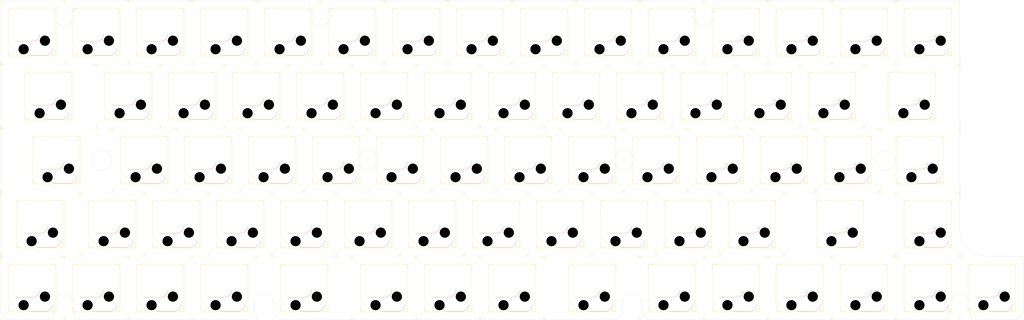
<source format=kicad_pcb>
(kicad_pcb (version 20241229) (generator "pcbnew") (generator_version "9.0")
  (layers (0 "F.Cu" signal) (2 "B.Cu" signal) (13 "F.Paste" user) (15 "B.Paste" user) (5 "F.SilkS" user "F.Silkscreen") (7 "B.SilkS" user "B.Silkscreen") (1 "F.Mask" user) (3 "B.Mask" user) (25 "Edge.Cuts" user))
  (net 0 "")
  (footprint "Caon_Footprint:Cutout_Hotswap_MX_1u" (layer "F.Cu") (at 187.325 44.45)
    (property "Reference" "REF**" (hide yes))
    (property "Value" "Cutout_Hotswap_MX_1u" (hide yes))
    (pad "" np_thru_hole circle (at -5.08 0 180) (size 1.75 1.75) (drill 1.75) (layers "*.Cu" "*.Mask"))
    (pad "" np_thru_hole circle (at -2.54 5.08 180) (size 3.05 3.05) (drill 3.05) (layers "*.Mask"))
    (pad "" np_thru_hole circle (at 0 0 180) (size 4 4) (drill 4) (layers "*.Cu" "*.Mask"))
    (pad "" np_thru_hole circle (at 3.81 2.54 180) (size 3.05 3.05) (drill 3.05) (layers "*.Mask"))
    (pad "" np_thru_hole circle (at 5.08 0 180) (size 1.75 1.75) (drill 1.75) (layers "*.Cu" "*.Mask"))
  )
  (footprint "Caon_Footprint:Cutout_Hotswap_MX_1.5u" (layer "F.Cu") (at 287.3375 44.45)
    (property "Reference" "REF**" (hide yes))
    (property "Value" "Cutout_Hotswap_MX_1.5u" (hide yes))
    (pad "" np_thru_hole circle (at -5.08 0 180) (size 1.75 1.75) (drill 1.75) (layers "*.Cu" "*.Mask"))
    (pad "" np_thru_hole circle (at -2.54 5.08 180) (size 3.05 3.05) (drill 3.05) (layers "*.Mask"))
    (pad "" np_thru_hole circle (at 0 0 180) (size 4 4) (drill 4) (layers "*.Cu" "*.Mask"))
    (pad "" np_thru_hole circle (at 3.81 2.54 180) (size 3.05 3.05) (drill 3.05) (layers "*.Mask"))
    (pad "" np_thru_hole circle (at 5.08 0 180) (size 1.75 1.75) (drill 1.75) (layers "*.Cu" "*.Mask"))
  )
  (footprint "Caon_Footprint:Cutout_Hotswap_MX_1u" (layer "F.Cu") (at 239.7125 82.55)
    (property "Reference" "REF**" (hide yes))
    (property "Value" "Cutout_Hotswap_MX_1u" (hide yes))
    (pad "" np_thru_hole circle (at -5.08 0 180) (size 1.75 1.75) (drill 1.75) (layers "*.Cu" "*.Mask"))
    (pad "" np_thru_hole circle (at -2.54 5.08 180) (size 3.05 3.05) (drill 3.05) (layers "*.Mask"))
    (pad "" np_thru_hole circle (at 0 0 180) (size 4 4) (drill 4) (layers "*.Cu" "*.Mask"))
    (pad "" np_thru_hole circle (at 3.81 2.54 180) (size 3.05 3.05) (drill 3.05) (layers "*.Mask"))
    (pad "" np_thru_hole circle (at 5.08 0 180) (size 1.75 1.75) (drill 1.75) (layers "*.Cu" "*.Mask"))
  )
  (footprint "Caon_Footprint:Cutout_Hotswap_MX_1u" (layer "F.Cu") (at 63.5 101.6)
    (property "Reference" "REF**" (hide yes))
    (property "Value" "Cutout_Hotswap_MX_1u" (hide yes))
    (pad "" np_thru_hole circle (at -5.08 0 180) (size 1.75 1.75) (drill 1.75) (layers "*.Cu" "*.Mask"))
    (pad "" np_thru_hole circle (at -2.54 5.08 180) (size 3.05 3.05) (drill 3.05) (layers "*.Mask"))
    (pad "" np_thru_hole circle (at 0 0 180) (size 4 4) (drill 4) (layers "*.Cu" "*.Mask"))
    (pad "" np_thru_hole circle (at 3.81 2.54 180) (size 3.05 3.05) (drill 3.05) (layers "*.Mask"))
    (pad "" np_thru_hole circle (at 5.08 0 180) (size 1.75 1.75) (drill 1.75) (layers "*.Cu" "*.Mask"))
  )
  (footprint "Caon_Footprint:Cutout_Hotswap_MX_1u" (layer "F.Cu") (at 254 101.6)
    (property "Reference" "REF**" (hide yes))
    (property "Value" "Cutout_Hotswap_MX_1u" (hide yes))
    (pad "" np_thru_hole circle (at -5.08 0 180) (size 1.75 1.75) (drill 1.75) (layers "*.Cu" "*.Mask"))
    (pad "" np_thru_hole circle (at -2.54 5.08 180) (size 3.05 3.05) (drill 3.05) (layers "*.Mask"))
    (pad "" np_thru_hole circle (at 0 0 180) (size 4 4) (drill 4) (layers "*.Cu" "*.Mask"))
    (pad "" np_thru_hole circle (at 3.81 2.54 180) (size 3.05 3.05) (drill 3.05) (layers "*.Mask"))
    (pad "" np_thru_hole circle (at 5.08 0 180) (size 1.75 1.75) (drill 1.75) (layers "*.Cu" "*.Mask"))
  )
  (footprint "Caon_Footprint:Cutout_Hotswap_MX_1u" (layer "F.Cu") (at 263.525 44.45)
    (property "Reference" "REF**" (hide yes))
    (property "Value" "Cutout_Hotswap_MX_1u" (hide yes))
    (pad "" np_thru_hole circle (at -5.08 0 180) (size 1.75 1.75) (drill 1.75) (layers "*.Cu" "*.Mask"))
    (pad "" np_thru_hole circle (at -2.54 5.08 180) (size 3.05 3.05) (drill 3.05) (layers "*.Mask"))
    (pad "" np_thru_hole circle (at 0 0 180) (size 4 4) (drill 4) (layers "*.Cu" "*.Mask"))
    (pad "" np_thru_hole circle (at 3.81 2.54 180) (size 3.05 3.05) (drill 3.05) (layers "*.Mask"))
    (pad "" np_thru_hole circle (at 5.08 0 180) (size 1.75 1.75) (drill 1.75) (layers "*.Cu" "*.Mask"))
  )
  (footprint "Caon_Footprint:Cutout_Hotswap_MX_1u" (layer "F.Cu") (at 292.1 25.4)
    (property "Reference" "REF**" (hide yes))
    (property "Value" "Cutout_Hotswap_MX_1u" (hide yes))
    (pad "" np_thru_hole circle (at -5.08 0 180) (size 1.75 1.75) (drill 1.75) (layers "*.Cu" "*.Mask"))
    (pad "" np_thru_hole circle (at -2.54 5.08 180) (size 3.05 3.05) (drill 3.05) (layers "*.Mask"))
    (pad "" np_thru_hole circle (at 0 0 180) (size 4 4) (drill 4) (layers "*.Cu" "*.Mask"))
    (pad "" np_thru_hole circle (at 3.81 2.54 180) (size 3.05 3.05) (drill 3.05) (layers "*.Mask"))
    (pad "" np_thru_hole circle (at 5.08 0 180) (size 1.75 1.75) (drill 1.75) (layers "*.Cu" "*.Mask"))
  )
  (footprint "Caon_Footprint:Cutout_Hotswap_MX_1u" (layer "F.Cu") (at 125.4125 82.55)
    (property "Reference" "REF**" (hide yes))
    (property "Value" "Cutout_Hotswap_MX_1u" (hide yes))
    (pad "" np_thru_hole circle (at -5.08 0 180) (size 1.75 1.75) (drill 1.75) (layers "*.Cu" "*.Mask"))
    (pad "" np_thru_hole circle (at -2.54 5.08 180) (size 3.05 3.05) (drill 3.05) (layers "*.Mask"))
    (pad "" np_thru_hole circle (at 0 0 180) (size 4 4) (drill 4) (layers "*.Cu" "*.Mask"))
    (pad "" np_thru_hole circle (at 3.81 2.54 180) (size 3.05 3.05) (drill 3.05) (layers "*.Mask"))
    (pad "" np_thru_hole circle (at 5.08 0 180) (size 1.75 1.75) (drill 1.75) (layers "*.Cu" "*.Mask"))
  )
  (footprint "Caon_Footprint:Cutout_Hotswap_MX_1u" (layer "F.Cu") (at 311.15 101.6)
    (property "Reference" "REF**" (hide yes))
    (property "Value" "Cutout_Hotswap_MX_1u" (hide yes))
    (pad "" np_thru_hole circle (at -5.08 0 180) (size 1.75 1.75) (drill 1.75) (layers "*.Cu" "*.Mask"))
    (pad "" np_thru_hole circle (at -2.54 5.08 180) (size 3.05 3.05) (drill 3.05) (layers "*.Mask"))
    (pad "" np_thru_hole circle (at 0 0 180) (size 4 4) (drill 4) (layers "*.Cu" "*.Mask"))
    (pad "" np_thru_hole circle (at 3.81 2.54 180) (size 3.05 3.05) (drill 3.05) (layers "*.Mask"))
    (pad "" np_thru_hole circle (at 5.08 0 180) (size 1.75 1.75) (drill 1.75) (layers "*.Cu" "*.Mask"))
  )
  (footprint "Caon_Footprint:Cutout_Hotswap_MX_1.5u" (layer "F.Cu") (at 30.1625 44.45)
    (property "Reference" "REF**" (hide yes))
    (property "Value" "Cutout_Hotswap_MX_1.5u" (hide yes))
    (pad "" np_thru_hole circle (at -5.08 0 180) (size 1.75 1.75) (drill 1.75) (layers "*.Cu" "*.Mask"))
    (pad "" np_thru_hole circle (at -2.54 5.08 180) (size 3.05 3.05) (drill 3.05) (layers "*.Mask"))
    (pad "" np_thru_hole circle (at 0 0 180) (size 4 4) (drill 4) (layers "*.Cu" "*.Mask"))
    (pad "" np_thru_hole circle (at 3.81 2.54 180) (size 3.05 3.05) (drill 3.05) (layers "*.Mask"))
    (pad "" np_thru_hole circle (at 5.08 0 180) (size 1.75 1.75) (drill 1.75) (layers "*.Cu" "*.Mask"))
  )
  (footprint "Caon_Footprint:Cutout_Hotswap_MX_1u" (layer "F.Cu") (at 244.475 44.45)
    (property "Reference" "REF**" (hide yes))
    (property "Value" "Cutout_Hotswap_MX_1u" (hide yes))
    (pad "" np_thru_hole circle (at -5.08 0 180) (size 1.75 1.75) (drill 1.75) (layers "*.Cu" "*.Mask"))
    (pad "" np_thru_hole circle (at -2.54 5.08 180) (size 3.05 3.05) (drill 3.05) (layers "*.Mask"))
    (pad "" np_thru_hole circle (at 0 0 180) (size 4 4) (drill 4) (layers "*.Cu" "*.Mask"))
    (pad "" np_thru_hole circle (at 3.81 2.54 180) (size 3.05 3.05) (drill 3.05) (layers "*.Mask"))
    (pad "" np_thru_hole circle (at 5.08 0 180) (size 1.75 1.75) (drill 1.75) (layers "*.Cu" "*.Mask"))
  )
  (footprint "Caon_Footprint:Cutout_Hotswap_MX_1u" (layer "F.Cu") (at 106.3625 82.55)
    (property "Reference" "REF**" (hide yes))
    (property "Value" "Cutout_Hotswap_MX_1u" (hide yes))
    (pad "" np_thru_hole circle (at -5.08 0 180) (size 1.75 1.75) (drill 1.75) (layers "*.Cu" "*.Mask"))
    (pad "" np_thru_hole circle (at -2.54 5.08 180) (size 3.05 3.05) (drill 3.05) (layers "*.Mask"))
    (pad "" np_thru_hole circle (at 0 0 180) (size 4 4) (drill 4) (layers "*.Cu" "*.Mask"))
    (pad "" np_thru_hole circle (at 3.81 2.54 180) (size 3.05 3.05) (drill 3.05) (layers "*.Mask"))
    (pad "" np_thru_hole circle (at 5.08 0 180) (size 1.75 1.75) (drill 1.75) (layers "*.Cu" "*.Mask"))
  )
  (footprint "Caon_Footprint:Cutout_Hotswap_MX_1u" (layer "F.Cu") (at 168.275 101.6)
    (property "Reference" "REF**" (hide yes))
    (property "Value" "Cutout_Hotswap_MX_1u" (hide yes))
    (pad "" np_thru_hole circle (at -5.08 0 180) (size 1.75 1.75) (drill 1.75) (layers "*.Cu" "*.Mask"))
    (pad "" np_thru_hole circle (at -2.54 5.08 180) (size 3.05 3.05) (drill 3.05) (layers "*.Mask"))
    (pad "" np_thru_hole circle (at 0 0 180) (size 4 4) (drill 4) (layers "*.Cu" "*.Mask"))
    (pad "" np_thru_hole circle (at 3.81 2.54 180) (size 3.05 3.05) (drill 3.05) (layers "*.Mask"))
    (pad "" np_thru_hole circle (at 5.08 0 180) (size 1.75 1.75) (drill 1.75) (layers "*.Cu" "*.Mask"))
  )
  (footprint "Caon_Footprint:Cutout_Hotswap_MX_1u" (layer "F.Cu") (at 101.6 25.4)
    (property "Reference" "REF**" (hide yes))
    (property "Value" "Cutout_Hotswap_MX_1u" (hide yes))
    (pad "" np_thru_hole circle (at -5.08 0 180) (size 1.75 1.75) (drill 1.75) (layers "*.Cu" "*.Mask"))
    (pad "" np_thru_hole circle (at -2.54 5.08 180) (size 3.05 3.05) (drill 3.05) (layers "*.Mask"))
    (pad "" np_thru_hole circle (at 0 0 180) (size 4 4) (drill 4) (layers "*.Cu" "*.Mask"))
    (pad "" np_thru_hole circle (at 3.81 2.54 180) (size 3.05 3.05) (drill 3.05) (layers "*.Mask"))
    (pad "" np_thru_hole circle (at 5.08 0 180) (size 1.75 1.75) (drill 1.75) (layers "*.Cu" "*.Mask"))
  )
  (footprint "Caon_Footprint:Cutout_Hotswap_MX_1u" (layer "F.Cu") (at 87.3125 82.55)
    (property "Reference" "REF**" (hide yes))
    (property "Value" "Cutout_Hotswap_MX_1u" (hide yes))
    (pad "" np_thru_hole circle (at -5.08 0 180) (size 1.75 1.75) (drill 1.75) (layers "*.Cu" "*.Mask"))
    (pad "" np_thru_hole circle (at -2.54 5.08 180) (size 3.05 3.05) (drill 3.05) (layers "*.Mask"))
    (pad "" np_thru_hole circle (at 0 0 180) (size 4 4) (drill 4) (layers "*.Cu" "*.Mask"))
    (pad "" np_thru_hole circle (at 3.81 2.54 180) (size 3.05 3.05) (drill 3.05) (layers "*.Mask"))
    (pad "" np_thru_hole circle (at 5.08 0 180) (size 1.75 1.75) (drill 1.75) (layers "*.Cu" "*.Mask"))
  )
  (footprint "Caon_Footprint:Cutout_Hotswap_MX_1u" (layer "F.Cu") (at 153.9875 63.5)
    (property "Reference" "REF**" (hide yes))
    (property "Value" "Cutout_Hotswap_MX_1u" (hide yes))
    (pad "" np_thru_hole circle (at -5.08 0 180) (size 1.75 1.75) (drill 1.75) (layers "*.Cu" "*.Mask"))
    (pad "" np_thru_hole circle (at -2.54 5.08 180) (size 3.05 3.05) (drill 3.05) (layers "*.Mask"))
    (pad "" np_thru_hole circle (at 0 0 180) (size 4 4) (drill 4) (layers "*.Cu" "*.Mask"))
    (pad "" np_thru_hole circle (at 3.81 2.54 180) (size 3.05 3.05) (drill 3.05) (layers "*.Mask"))
    (pad "" np_thru_hole circle (at 5.08 0 180) (size 1.75 1.75) (drill 1.75) (layers "*.Cu" "*.Mask"))
  )
  (footprint "Caon_Footprint:Cutout_Hotswap_MX_1u" (layer "F.Cu") (at 192.0875 63.5)
    (property "Reference" "REF**" (hide yes))
    (property "Value" "Cutout_Hotswap_MX_1u" (hide yes))
    (pad "" np_thru_hole circle (at -5.08 0 180) (size 1.75 1.75) (drill 1.75) (layers "*.Cu" "*.Mask"))
    (pad "" np_thru_hole circle (at -2.54 5.08 180) (size 3.05 3.05) (drill 3.05) (layers "*.Mask"))
    (pad "" np_thru_hole circle (at 0 0 180) (size 4 4) (drill 4) (layers "*.Cu" "*.Mask"))
    (pad "" np_thru_hole circle (at 3.81 2.54 180) (size 3.05 3.05) (drill 3.05) (layers "*.Mask"))
    (pad "" np_thru_hole circle (at 5.08 0 180) (size 1.75 1.75) (drill 1.75) (layers "*.Cu" "*.Mask"))
  )
  (footprint "Caon_Footprint:Cutout_Hotswap_MX_1u" (layer "F.Cu") (at 149.225 101.6)
    (property "Reference" "REF**" (hide yes))
    (property "Value" "Cutout_Hotswap_MX_1u" (hide yes))
    (pad "" np_thru_hole circle (at -5.08 0 180) (size 1.75 1.75) (drill 1.75) (layers "*.Cu" "*.Mask"))
    (pad "" np_thru_hole circle (at -2.54 5.08 180) (size 3.05 3.05) (drill 3.05) (layers "*.Mask"))
    (pad "" np_thru_hole circle (at 0 0 180) (size 4 4) (drill 4) (layers "*.Cu" "*.Mask"))
    (pad "" np_thru_hole circle (at 3.81 2.54 180) (size 3.05 3.05) (drill 3.05) (layers "*.Mask"))
    (pad "" np_thru_hole circle (at 5.08 0 180) (size 1.75 1.75) (drill 1.75) (layers "*.Cu" "*.Mask"))
  )
  (footprint "Caon_Footprint:Cutout_Hotswap_MX_1u" (layer "F.Cu") (at 234.95 25.4)
    (property "Reference" "REF**" (hide yes))
    (property "Value" "Cutout_Hotswap_MX_1u" (hide yes))
    (pad "" np_thru_hole circle (at -5.08 0 180) (size 1.75 1.75) (drill 1.75) (layers "*.Cu" "*.Mask"))
    (pad "" np_thru_hole circle (at -2.54 5.08 180) (size 3.05 3.05) (drill 3.05) (layers "*.Mask"))
    (pad "" np_thru_hole circle (at 0 0 180) (size 4 4) (drill 4) (layers "*.Cu" "*.Mask"))
    (pad "" np_thru_hole circle (at 3.81 2.54 180) (size 3.05 3.05) (drill 3.05) (layers "*.Mask"))
    (pad "" np_thru_hole circle (at 5.08 0 180) (size 1.75 1.75) (drill 1.75) (layers "*.Cu" "*.Mask"))
  )
  (footprint "Caon_Footprint:Cutout_Hotswap_MX_1u" (layer "F.Cu") (at 234.95 101.6)
    (property "Reference" "REF**" (hide yes))
    (property "Value" "Cutout_Hotswap_MX_1u" (hide yes))
    (pad "" np_thru_hole circle (at -5.08 0 180) (size 1.75 1.75) (drill 1.75) (layers "*.Cu" "*.Mask"))
    (pad "" np_thru_hole circle (at -2.54 5.08 180) (size 3.05 3.05) (drill 3.05) (layers "*.Mask"))
    (pad "" np_thru_hole circle (at 0 0 180) (size 4 4) (drill 4) (layers "*.Cu" "*.Mask"))
    (pad "" np_thru_hole circle (at 3.81 2.54 180) (size 3.05 3.05) (drill 3.05) (layers "*.Mask"))
    (pad "" np_thru_hole circle (at 5.08 0 180) (size 1.75 1.75) (drill 1.75) (layers "*.Cu" "*.Mask"))
  )
  (footprint "Caon_Footprint:Cutout_Hotswap_MX_1u" (layer "F.Cu") (at 44.45 25.4)
    (property "Reference" "REF**" (hide yes))
    (property "Value" "Cutout_Hotswap_MX_1u" (hide yes))
    (pad "" np_thru_hole circle (at -5.08 0 180) (size 1.75 1.75) (drill 1.75) (layers "*.Cu" "*.Mask"))
    (pad "" np_thru_hole circle (at -2.54 5.08 180) (size 3.05 3.05) (drill 3.05) (layers "*.Mask"))
    (pad "" np_thru_hole circle (at 0 0 180) (size 4 4) (drill 4) (layers "*.Cu" "*.Mask"))
    (pad "" np_thru_hole circle (at 3.81 2.54 180) (size 3.05 3.05) (drill 3.05) (layers "*.Mask"))
    (pad "" np_thru_hole circle (at 5.08 0 180) (size 1.75 1.75) (drill 1.75) (layers "*.Cu" "*.Mask"))
  )
  (footprint "Caon_Footprint:Cutout_Hotswap_MX_1.75u" (layer "F.Cu") (at 32.54375 63.5)
    (property "Reference" "REF**" (hide yes))
    (property "Value" "Cutout_Hotswap_MX_1.75u" (hide yes))
    (pad "" np_thru_hole circle (at -5.08 0 180) (size 1.75 1.75) (drill 1.75) (layers "*.Cu" "*.Mask"))
    (pad "" np_thru_hole circle (at -2.54 5.08 180) (size 3.05 3.05) (drill 3.05) (layers "*.Mask"))
    (pad "" np_thru_hole circle (at 0 0 180) (size 4 4) (drill 4) (layers "*.Cu" "*.Mask"))
    (pad "" np_thru_hole circle (at 3.81 2.54 180) (size 3.05 3.05) (drill 3.05) (layers "*.Mask"))
    (pad "" np_thru_hole circle (at 5.08 0 180) (size 1.75 1.75) (drill 1.75) (layers "*.Cu" "*.Mask"))
  )
  (footprint "Caon_Footprint:Cutout_Hotswap_MX_1u" (layer "F.Cu") (at 96.8375 63.5)
    (property "Reference" "REF**" (hide yes))
    (property "Value" "Cutout_Hotswap_MX_1u" (hide yes))
    (pad "" np_thru_hole circle (at -5.08 0 180) (size 1.75 1.75) (drill 1.75) (layers "*.Cu" "*.Mask"))
    (pad "" np_thru_hole circle (at -2.54 5.08 180) (size 3.05 3.05) (drill 3.05) (layers "*.Mask"))
    (pad "" np_thru_hole circle (at 0 0 180) (size 4 4) (drill 4) (layers "*.Cu" "*.Mask"))
    (pad "" np_thru_hole circle (at 3.81 2.54 180) (size 3.05 3.05) (drill 3.05) (layers "*.Mask"))
    (pad "" np_thru_hole circle (at 5.08 0 180) (size 1.75 1.75) (drill 1.75) (layers "*.Cu" "*.Mask"))
  )
  (footprint "Caon_Footprint:Cutout_Hotswap_MX_1.5u" (layer "F.Cu") (at 192.0875 101.6)
    (property "Reference" "REF**" (hide yes))
    (property "Value" "Cutout_Hotswap_MX_1.5u" (hide yes))
    (pad "" np_thru_hole circle (at -5.08 0 180) (size 1.75 1.75) (drill 1.75) (layers "*.Cu" "*.Mask"))
    (pad "" np_thru_hole circle (at -2.54 5.08 180) (size 3.05 3.05) (drill 3.05) (layers "*.Mask"))
    (pad "" np_thru_hole circle (at 0 0 180) (size 4 4) (drill 4) (layers "*.Cu" "*.Mask"))
    (pad "" np_thru_hole circle (at 3.81 2.54 180) (size 3.05 3.05) (drill 3.05) (layers "*.Mask"))
    (pad "" np_thru_hole circle (at 5.08 0 180) (size 1.75 1.75) (drill 1.75) (layers "*.Cu" "*.Mask"))
  )
  (footprint "Caon_Footprint:Cutout_Hotswap_MX_1u" (layer "F.Cu") (at 139.7 25.4)
    (property "Reference" "REF**" (hide yes))
    (property "Value" "Cutout_Hotswap_MX_1u" (hide yes))
    (pad "" np_thru_hole circle (at -5.08 0 180) (size 1.75 1.75) (drill 1.75) (layers "*.Cu" "*.Mask"))
    (pad "" np_thru_hole circle (at -2.54 5.08 180) (size 3.05 3.05) (drill 3.05) (layers "*.Mask"))
    (pad "" np_thru_hole circle (at 0 0 180) (size 4 4) (drill 4) (layers "*.Cu" "*.Mask"))
    (pad "" np_thru_hole circle (at 3.81 2.54 180) (size 3.05 3.05) (drill 3.05) (layers "*.Mask"))
    (pad "" np_thru_hole circle (at 5.08 0 180) (size 1.75 1.75) (drill 1.75) (layers "*.Cu" "*.Mask"))
  )
  (footprint "Caon_Footprint:Cutout_Hotswap_MX_1u" (layer "F.Cu") (at 149.225 44.45)
    (property "Reference" "REF**" (hide yes))
    (property "Value" "Cutout_Hotswap_MX_1u" (hide yes))
    (pad "" np_thru_hole circle (at -5.08 0 180) (size 1.75 1.75) (drill 1.75) (layers "*.Cu" "*.Mask"))
    (pad "" np_thru_hole circle (at -2.54 5.08 180) (size 3.05 3.05) (drill 3.05) (layers "*.Mask"))
    (pad "" np_thru_hole circle (at 0 0 180) (size 4 4) (drill 4) (layers "*.Cu" "*.Mask"))
    (pad "" np_thru_hole circle (at 3.81 2.54 180) (size 3.05 3.05) (drill 3.05) (layers "*.Mask"))
    (pad "" np_thru_hole circle (at 5.08 0 180) (size 1.75 1.75) (drill 1.75) (layers "*.Cu" "*.Mask"))
  )
  (footprint "Caon_Footprint:Cutout_Hotswap_MX_1u" (layer "F.Cu") (at 144.4625 82.55)
    (property "Reference" "REF**" (hide yes))
    (property "Value" "Cutout_Hotswap_MX_1u" (hide yes))
    (pad "" np_thru_hole circle (at -5.08 0 180) (size 1.75 1.75) (drill 1.75) (layers "*.Cu" "*.Mask"))
    (pad "" np_thru_hole circle (at -2.54 5.08 180) (size 3.05 3.05) (drill 3.05) (layers "*.Mask"))
    (pad "" np_thru_hole circle (at 0 0 180) (size 4 4) (drill 4) (layers "*.Cu" "*.Mask"))
    (pad "" np_thru_hole circle (at 3.81 2.54 180) (size 3.05 3.05) (drill 3.05) (layers "*.Mask"))
    (pad "" np_thru_hole circle (at 5.08 0 180) (size 1.75 1.75) (drill 1.75) (layers "*.Cu" "*.Mask"))
  )
  (footprint "Caon_Footprint:Cutout_Hotswap_MX_1u" (layer "F.Cu") (at 163.5125 82.55)
    (property "Reference" "REF**" (hide yes))
    (property "Value" "Cutout_Hotswap_MX_1u" (hide yes))
    (pad "" np_thru_hole circle (at -5.08 0 180) (size 1.75 1.75) (drill 1.75) (layers "*.Cu" "*.Mask"))
    (pad "" np_thru_hole circle (at -2.54 5.08 180) (size 3.05 3.05) (drill 3.05) (layers "*.Mask"))
    (pad "" np_thru_hole circle (at 0 0 180) (size 4 4) (drill 4) (layers "*.Cu" "*.Mask"))
    (pad "" np_thru_hole circle (at 3.81 2.54 180) (size 3.05 3.05) (drill 3.05) (layers "*.Mask"))
    (pad "" np_thru_hole circle (at 5.08 0 180) (size 1.75 1.75) (drill 1.75) (layers "*.Cu" "*.Mask"))
  )
  (footprint "Caon_Footprint:Cutout_Hotswap_MX_1u" (layer "F.Cu") (at 73.025 44.45)
    (property "Reference" "REF**" (hide yes))
    (property "Value" "Cutout_Hotswap_MX_1u" (hide yes))
    (pad "" np_thru_hole circle (at -5.08 0 180) (size 1.75 1.75) (drill 1.75) (layers "*.Cu" "*.Mask"))
    (pad "" np_thru_hole circle (at -2.54 5.08 180) (size 3.05 3.05) (drill 3.05) (layers "*.Mask"))
    (pad "" np_thru_hole circle (at 0 0 180) (size 4 4) (drill 4) (layers "*.Cu" "*.Mask"))
    (pad "" np_thru_hole circle (at 3.81 2.54 180) (size 3.05 3.05) (drill 3.05) (layers "*.Mask"))
    (pad "" np_thru_hole circle (at 5.08 0 180) (size 1.75 1.75) (drill 1.75) (layers "*.Cu" "*.Mask"))
  )
  (footprint "Caon_Footprint:Cutout_Hotswap_MX_1u" (layer "F.Cu") (at 44.45 101.6)
    (property "Reference" "REF**" (hide yes))
    (property "Value" "Cutout_Hotswap_MX_1u" (hide yes))
    (pad "" np_thru_hole circle (at -5.08 0 180) (size 1.75 1.75) (drill 1.75) (layers "*.Cu" "*.Mask"))
    (pad "" np_thru_hole circle (at -2.54 5.08 180) (size 3.05 3.05) (drill 3.05) (layers "*.Mask"))
    (pad "" np_thru_hole circle (at 0 0 180) (size 4 4) (drill 4) (layers "*.Cu" "*.Mask"))
    (pad "" np_thru_hole circle (at 3.81 2.54 180) (size 3.05 3.05) (drill 3.05) (layers "*.Mask"))
    (pad "" np_thru_hole circle (at 5.08 0 180) (size 1.75 1.75) (drill 1.75) (layers "*.Cu" "*.Mask"))
  )
  (footprint "Caon_Footprint:Cutout_Hotswap_MX_1u" (layer "F.Cu") (at 249.2375 63.5)
    (property "Reference" "REF**" (hide yes))
    (property "Value" "Cutout_Hotswap_MX_1u" (hide yes))
    (pad "" np_thru_hole circle (at -5.08 0 180) (size 1.75 1.75) (drill 1.75) (layers "*.Cu" "*.Mask"))
    (pad "" np_thru_hole circle (at -2.54 5.08 180) (size 3.05 3.05) (drill 3.05) (layers "*.Mask"))
    (pad "" np_thru_hole circle (at 0 0 180) (size 4 4) (drill 4) (layers "*.Cu" "*.Mask"))
    (pad "" np_thru_hole circle (at 3.81 2.54 180) (size 3.05 3.05) (drill 3.05) (layers "*.Mask"))
    (pad "" np_thru_hole circle (at 5.08 0 180) (size 1.75 1.75) (drill 1.75) (layers "*.Cu" "*.Mask"))
  )
  (footprint "Caon_Footprint:Cutout_Hotswap_MX_1u" (layer "F.Cu") (at 130.175 44.45)
    (property "Reference" "REF**" (hide yes))
    (property "Value" "Cutout_Hotswap_MX_1u" (hide yes))
    (pad "" np_thru_hole circle (at -5.08 0 180) (size 1.75 1.75) (drill 1.75) (layers "*.Cu" "*.Mask"))
    (pad "" np_thru_hole circle (at -2.54 5.08 180) (size 3.05 3.05) (drill 3.05) (layers "*.Mask"))
    (pad "" np_thru_hole circle (at 0 0 180) (size 4 4) (drill 4) (layers "*.Cu" "*.Mask"))
    (pad "" np_thru_hole circle (at 3.81 2.54 180) (size 3.05 3.05) (drill 3.05) (layers "*.Mask"))
    (pad "" np_thru_hole circle (at 5.08 0 180) (size 1.75 1.75) (drill 1.75) (layers "*.Cu" "*.Mask"))
  )
  (footprint "Caon_Footprint:Cutout_Hotswap_MX_1u" (layer "F.Cu") (at 182.5625 82.55)
    (property "Reference" "REF**" (hide yes))
    (property "Value" "Cutout_Hotswap_MX_1u" (hide yes))
    (pad "" np_thru_hole circle (at -5.08 0 180) (size 1.75 1.75) (drill 1.75) (layers "*.Cu" "*.Mask"))
    (pad "" np_thru_hole circle (at -2.54 5.08 180) (size 3.05 3.05) (drill 3.05) (layers "*.Mask"))
    (pad "" np_thru_hole circle (at 0 0 180) (size 4 4) (drill 4) (layers "*.Cu" "*.Mask"))
    (pad "" np_thru_hole circle (at 3.81 2.54 180) (size 3.05 3.05) (drill 3.05) (layers "*.Mask"))
    (pad "" np_thru_hole circle (at 5.08 0 180) (size 1.75 1.75) (drill 1.75) (layers "*.Cu" "*.Mask"))
  )
  (footprint "Caon_Footprint:Cutout_Hotswap_MX_1u" (layer "F.Cu") (at 206.375 44.45)
    (property "Reference" "REF**" (hide yes))
    (property "Value" "Cutout_Hotswap_MX_1u" (hide yes))
    (pad "" np_thru_hole circle (at -5.08 0 180) (size 1.75 1.75) (drill 1.75) (layers "*.Cu" "*.Mask"))
    (pad "" np_thru_hole circle (at -2.54 5.08 180) (size 3.05 3.05) (drill 3.05) (layers "*.Mask"))
    (pad "" np_thru_hole circle (at 0 0 180) (size 4 4) (drill 4) (layers "*.Cu" "*.Mask"))
    (pad "" np_thru_hole circle (at 3.81 2.54 180) (size 3.05 3.05) (drill 3.05) (layers "*.Mask"))
    (pad "" np_thru_hole circle (at 5.08 0 180) (size 1.75 1.75) (drill 1.75) (layers "*.Cu" "*.Mask"))
  )
  (footprint "Caon_Footprint:Cutout_Hotswap_MX_1.5u" (layer "F.Cu") (at 106.3625 101.6)
    (property "Reference" "REF**" (hide yes))
    (property "Value" "Cutout_Hotswap_MX_1.5u" (hide yes))
    (pad "" np_thru_hole circle (at -5.08 0 180) (size 1.75 1.75) (drill 1.75) (layers "*.Cu" "*.Mask"))
    (pad "" np_thru_hole circle (at -2.54 5.08 180) (size 3.05 3.05) (drill 3.05) (layers "*.Mask"))
    (pad "" np_thru_hole circle (at 0 0 180) (size 4 4) (drill 4) (layers "*.Cu" "*.Mask"))
    (pad "" np_thru_hole circle (at 3.81 2.54 180) (size 3.05 3.05) (drill 3.05) (layers "*.Mask"))
    (pad "" np_thru_hole circle (at 5.08 0 180) (size 1.75 1.75) (drill 1.75) (layers "*.Cu" "*.Mask"))
  )
  (footprint "Caon_Footprint:Cutout_Hotswap_MX_1u" (layer "F.Cu") (at 111.125 44.45)
    (property "Reference" "REF**" (hide yes))
    (property "Value" "Cutout_Hotswap_MX_1u" (hide yes))
    (pad "" np_thru_hole circle (at -5.08 0 180) (size 1.75 1.75) (drill 1.75) (layers "*.Cu" "*.Mask"))
    (pad "" np_thru_hole circle (at -2.54 5.08 180) (size 3.05 3.05) (drill 3.05) (layers "*.Mask"))
    (pad "" np_thru_hole circle (at 0 0 180) (size 4 4) (drill 4) (layers "*.Cu" "*.Mask"))
    (pad "" np_thru_hole circle (at 3.81 2.54 180) (size 3.05 3.05) (drill 3.05) (layers "*.Mask"))
    (pad "" np_thru_hole circle (at 5.08 0 180) (size 1.75 1.75) (drill 1.75) (layers "*.Cu" "*.Mask"))
  )
  (footprint "Caon_Footprint:Cutout_Hotswap_MX_1u" (layer "F.Cu") (at 254 25.4)
    (property "Reference" "REF**" (hide yes))
    (property "Value" "Cutout_Hotswap_MX_1u" (hide yes))
    (pad "" np_thru_hole circle (at -5.08 0 180) (size 1.75 1.75) (drill 1.75) (layers "*.Cu" "*.Mask"))
    (pad "" np_thru_hole circle (at -2.54 5.08 180) (size 3.05 3.05) (drill 3.05) (layers "*.Mask"))
    (pad "" np_thru_hole circle (at 0 0 180) (size 4 4) (drill 4) (layers "*.Cu" "*.Mask"))
    (pad "" np_thru_hole circle (at 3.81 2.54 180) (size 3.05 3.05) (drill 3.05) (layers "*.Mask"))
    (pad "" np_thru_hole circle (at 5.08 0 180) (size 1.75 1.75) (drill 1.75) (layers "*.Cu" "*.Mask"))
  )
  (footprint "Caon_Footprint:Cutout_Hotswap_MX_1u" (layer "F.Cu") (at 49.2125 82.55)
    (property "Reference" "REF**" (hide yes))
    (property "Value" "Cutout_Hotswap_MX_1u" (hide yes))
    (pad "" np_thru_hole circle (at -5.08 0 180) (size 1.75 1.75) (drill 1.75) (layers "*.Cu" "*.Mask"))
    (pad "" np_thru_hole circle (at -2.54 5.08 180) (size 3.05 3.05) (drill 3.05) (layers "*.Mask"))
    (pad "" np_thru_hole circle (at 0 0 180) (size 4 4) (drill 4) (layers "*.Cu" "*.Mask"))
    (pad "" np_thru_hole circle (at 3.81 2.54 180) (size 3.05 3.05) (drill 3.05) (layers "*.Mask"))
    (pad "" np_thru_hole circle (at 5.08 0 180) (size 1.75 1.75) (drill 1.75) (layers "*.Cu" "*.Mask"))
  )
  (footprint "Caon_Footprint:Cutout_Hotswap_MX_1.25u" (layer "F.Cu") (at 289.71875 63.5)
    (property "Reference" "REF**" (hide yes))
    (property "Value" "Cutout_Hotswap_MX_1.25u" (hide yes))
    (pad "" np_thru_hole circle (at -5.08 0 180) (size 1.75 1.75) (drill 1.75) (layers "*.Cu" "*.Mask"))
    (pad "" np_thru_hole circle (at -2.54 5.08 180) (size 3.05 3.05) (drill 3.05) (layers "*.Mask"))
    (pad "" np_thru_hole circle (at 0 0 180) (size 4 4) (drill 4) (layers "*.Cu" "*.Mask"))
    (pad "" np_thru_hole circle (at 3.81 2.54 180) (size 3.05 3.05) (drill 3.05) (layers "*.Mask"))
    (pad "" np_thru_hole circle (at 5.08 0 180) (size 1.75 1.75) (drill 1.75) (layers "*.Cu" "*.Mask"))
  )
  (footprint "Caon_Footprint:Cutout_Hotswap_MX_1u" (layer "F.Cu") (at 215.9 25.4)
    (property "Reference" "REF**" (hide yes))
    (property "Value" "Cutout_Hotswap_MX_1u" (hide yes))
    (pad "" np_thru_hole circle (at -5.08 0 180) (size 1.75 1.75) (drill 1.75) (layers "*.Cu" "*.Mask"))
    (pad "" np_thru_hole circle (at -2.54 5.08 180) (size 3.05 3.05) (drill 3.05) (layers "*.Mask"))
    (pad "" np_thru_hole circle (at 0 0 180) (size 4 4) (drill 4) (layers "*.Cu" "*.Mask"))
    (pad "" np_thru_hole circle (at 3.81 2.54 180) (size 3.05 3.05) (drill 3.05) (layers "*.Mask"))
    (pad "" np_thru_hole circle (at 5.08 0 180) (size 1.75 1.75) (drill 1.75) (layers "*.Cu" "*.Mask"))
  )
  (footprint "Caon_Footprint:Cutout_Hotswap_MX_1u" (layer "F.Cu") (at 173.0375 63.5)
    (property "Reference" "REF**" (hide yes))
    (property "Value" "Cutout_Hotswap_MX_1u" (hide yes))
    (pad "" np_thru_hole circle (at -5.08 0 180) (size 1.75 1.75) (drill 1.75) (layers "*.Cu" "*.Mask"))
    (pad "" np_thru_hole circle (at -2.54 5.08 180) (size 3.05 3.05) (drill 3.05) (layers "*.Mask"))
    (pad "" np_thru_hole circle (at 0 0 180) (size 4 4) (drill 4) (layers "*.Cu" "*.Mask"))
    (pad "" np_thru_hole circle (at 3.81 2.54 180) (size 3.05 3.05) (drill 3.05) (layers "*.Mask"))
    (pad "" np_thru_hole circle (at 5.08 0 180) (size 1.75 1.75) (drill 1.75) (layers "*.Cu" "*.Mask"))
  )
  (footprint "Caon_Footprint:Cutout_Hotswap_MX_1u" (layer "F.Cu") (at 268.2875 63.5)
    (property "Reference" "REF**" (hide yes))
    (property "Value" "Cutout_Hotswap_MX_1u" (hide yes))
    (pad "" np_thru_hole circle (at -5.08 0 180) (size 1.75 1.75) (drill 1.75) (layers "*.Cu" "*.Mask"))
    (pad "" np_thru_hole circle (at -2.54 5.08 180) (size 3.05 3.05) (drill 3.05) (layers "*.Mask"))
    (pad "" np_thru_hole circle (at 0 0 180) (size 4 4) (drill 4) (layers "*.Cu" "*.Mask"))
    (pad "" np_thru_hole circle (at 3.81 2.54 180) (size 3.05 3.05) (drill 3.05) (layers "*.Mask"))
    (pad "" np_thru_hole circle (at 5.08 0 180) (size 1.75 1.75) (drill 1.75) (layers "*.Cu" "*.Mask"))
  )
  (footprint "Caon_Footprint:Cutout_Hotswap_MX_1u" (layer "F.Cu") (at 82.55 25.4)
    (property "Reference" "REF**" (hide yes))
    (property "Value" "Cutout_Hotswap_MX_1u" (hide yes))
    (pad "" np_thru_hole circle (at -5.08 0 180) (size 1.75 1.75) (drill 1.75) (layers "*.Cu" "*.Mask"))
    (pad "" np_thru_hole circle (at -2.54 5.08 180) (size 3.05 3.05) (drill 3.05) (layers "*.Mask"))
    (pad "" np_thru_hole circle (at 0 0 180) (size 4 4) (drill 4) (layers "*.Cu" "*.Mask"))
    (pad "" np_thru_hole circle (at 3.81 2.54 180) (size 3.05 3.05) (drill 3.05) (layers "*.Mask"))
    (pad "" np_thru_hole circle (at 5.08 0 180) (size 1.75 1.75) (drill 1.75) (layers "*.Cu" "*.Mask"))
  )
  (footprint "Caon_Footprint:Cutout_Hotswap_MX_1.75u" (layer "F.Cu") (at 265.90625 82.55)
    (property "Reference" "REF**" (hide yes))
    (property "Value" "Cutout_Hotswap_MX_1.75u" (hide yes))
    (pad "" np_thru_hole circle (at -5.08 0 180) (size 1.75 1.75) (drill 1.75) (layers "*.Cu" "*.Mask"))
    (pad "" np_thru_hole circle (at -2.54 5.08 180) (size 3.05 3.05) (drill 3.05) (layers "*.Mask"))
    (pad "" np_thru_hole circle (at 0 0 180) (size 4 4) (drill 4) (layers "*.Cu" "*.Mask"))
    (pad "" np_thru_hole circle (at 3.81 2.54 180) (size 3.05 3.05) (drill 3.05) (layers "*.Mask"))
    (pad "" np_thru_hole circle (at 5.08 0 180) (size 1.75 1.75) (drill 1.75) (layers "*.Cu" "*.Mask"))
  )
  (footprint "Caon_Footprint:Cutout_Hotswap_MX_1u" (layer "F.Cu") (at 120.65 25.4)
    (property "Reference" "REF**" (hide yes))
    (property "Value" "Cutout_Hotswap_MX_1u" (hide yes))
    (pad "" np_thru_hole circle (at -5.08 0 180) (size 1.75 1.75) (drill 1.75) (layers "*.Cu" "*.Mask"))
    (pad "" np_thru_hole circle (at -2.54 5.08 180) (size 3.05 3.05) (drill 3.05) (layers "*.Mask"))
    (pad "" np_thru_hole circle (at 0 0 180) (size 4 4) (drill 4) (layers "*.Cu" "*.Mask"))
    (pad "" np_thru_hole circle (at 3.81 2.54 180) (size 3.05 3.05) (drill 3.05) (layers "*.Mask"))
    (pad "" np_thru_hole circle (at 5.08 0 180) (size 1.75 1.75) (drill 1.75) (layers "*.Cu" "*.Mask"))
  )
  (footprint "Caon_Footprint:Cutout_Hotswap_MX_1u" (layer "F.Cu") (at 292.1 82.55)
    (property "Reference" "REF**" (hide yes))
    (property "Value" "Cutout_Hotswap_MX_1u" (hide yes))
    (pad "" np_thru_hole circle (at -5.08 0 180) (size 1.75 1.75) (drill 1.75) (layers "*.Cu" "*.Mask"))
    (pad "" np_thru_hole circle (at -2.54 5.08 180) (size 3.05 3.05) (drill 3.05) (layers "*.Mask"))
    (pad "" np_thru_hole circle (at 0 0 180) (size 4 4) (drill 4) (layers "*.Cu" "*.Mask"))
    (pad "" np_thru_hole circle (at 3.81 2.54 180) (size 3.05 3.05) (drill 3.05) (layers "*.Mask"))
    (pad "" np_thru_hole circle (at 5.08 0 180) (size 1.75 1.75) (drill 1.75) (layers "*.Cu" "*.Mask"))
  )
  (footprint "Caon_Footprint:Cutout_Hotswap_MX_1u" (layer "F.Cu") (at 77.7875 63.5)
    (property "Reference" "REF**" (hide yes))
    (property "Value" "Cutout_Hotswap_MX_1u" (hide yes))
    (pad "" np_thru_hole circle (at -5.08 0 180) (size 1.75 1.75) (drill 1.75) (layers "*.Cu" "*.Mask"))
    (pad "" np_thru_hole circle (at -2.54 5.08 180) (size 3.05 3.05) (drill 3.05) (layers "*.Mask"))
    (pad "" np_thru_hole circle (at 0 0 180) (size 4 4) (drill 4) (layers "*.Cu" "*.Mask"))
    (pad "" np_thru_hole circle (at 3.81 2.54 180) (size 3.05 3.05) (drill 3.05) (layers "*.Mask"))
    (pad "" np_thru_hole circle (at 5.08 0 180) (size 1.75 1.75) (drill 1.75) (layers "*.Cu" "*.Mask"))
  )
  (footprint "Caon_Footprint:Cutout_Hotswap_MX_1.25u" (layer "F.Cu") (at 27.78125 82.55)
    (property "Reference" "REF**" (hide yes))
    (property "Value" "Cutout_Hotswap_MX_1.25u" (hide yes))
    (pad "" np_thru_hole circle (at -5.08 0 180) (size 1.75 1.75) (drill 1.75) (layers "*.Cu" "*.Mask"))
    (pad "" np_thru_hole circle (at -2.54 5.08 180) (size 3.05 3.05) (drill 3.05) (layers "*.Mask"))
    (pad "" np_thru_hole circle (at 0 0 180) (size 4 4) (drill 4) (layers "*.Cu" "*.Mask"))
    (pad "" np_thru_hole circle (at 3.81 2.54 180) (size 3.05 3.05) (drill 3.05) (layers "*.Mask"))
    (pad "" np_thru_hole circle (at 5.08 0 180) (size 1.75 1.75) (drill 1.75) (layers "*.Cu" "*.Mask"))
  )
  (footprint "Caon_Footprint:Cutout_Hotswap_MX_1u" (layer "F.Cu") (at 168.275 44.45)
    (property "Reference" "REF**" (hide yes))
    (property "Value" "Cutout_Hotswap_MX_1u" (hide yes))
    (pad "" np_thru_hole circle (at -5.08 0 180) (size 1.75 1.75) (drill 1.75) (layers "*.Cu" "*.Mask"))
    (pad "" np_thru_hole circle (at -2.54 5.08 180) (size 3.05 3.05) (drill 3.05) (layers "*.Mask"))
    (pad "" np_thru_hole circle (at 0 0 180) (size 4 4) (drill 4) (layers "*.Cu" "*.Mask"))
    (pad "" np_thru_hole circle (at 3.81 2.54 180) (size 3.05 3.05) (drill 3.05) (layers "*.Mask"))
    (pad "" np_thru_hole circle (at 5.08 0 180) (size 1.75 1.75) (drill 1.75) (layers "*.Cu" "*.Mask"))
  )
  (footprint "Caon_Footprint:Cutout_Hotswap_MX_1u" (layer "F.Cu") (at 225.425 44.45)
    (property "Reference" "REF**" (hide yes))
    (property "Value" "Cutout_Hotswap_MX_1u" (hide yes))
    (pad "" np_thru_hole circle (at -5.08 0 180) (size 1.75 1.75) (drill 1.75) (layers "*.Cu" "*.Mask"))
    (pad "" np_thru_hole circle (at -2.54 5.08 180) (size 3.05 3.05) (drill 3.05) (layers "*.Mask"))
    (pad "" np_thru_hole circle (at 0 0 180) (size 4 4) (drill 4) (layers "*.Cu" "*.Mask"))
    (pad "" np_thru_hole circle (at 3.81 2.54 180) (size 3.05 3.05) (drill 3.05) (layers "*.Mask"))
    (pad "" np_thru_hole circle (at 5.08 0 180) (size 1.75 1.75) (drill 1.75) (layers "*.Cu" "*.Mask"))
  )
  (footprint "Caon_Footprint:Cutout_Hotswap_MX_1u" (layer "F.Cu") (at 134.9375 63.5)
    (property "Reference" "REF**" (hide yes))
    (property "Value" "Cutout_Hotswap_MX_1u" (hide yes))
    (pad "" np_thru_hole circle (at -5.08 0 180) (size 1.75 1.75) (drill 1.75) (layers "*.Cu" "*.Mask"))
    (pad "" np_thru_hole circle (at -2.54 5.08 180) (size 3.05 3.05) (drill 3.05) (layers "*.Mask"))
    (pad "" np_thru_hole circle (at 0 0 180) (size 4 4) (drill 4) (layers "*.Cu" "*.Mask"))
    (pad "" np_thru_hole circle (at 3.81 2.54 180) (size 3.05 3.05) (drill 3.05) (layers "*.Mask"))
    (pad "" np_thru_hole circle (at 5.08 0 180) (size 1.75 1.75) (drill 1.75) (layers "*.Cu" "*.Mask"))
  )
  (footprint "Caon_Footprint:Cutout_Hotswap_MX_1u" (layer "F.Cu") (at 63.5 25.4)
    (property "Reference" "REF**" (hide yes))
    (property "Value" "Cutout_Hotswap_MX_1u" (hide yes))
    (pad "" np_thru_hole circle (at -5.08 0 180) (size 1.75 1.75) (drill 1.75) (layers "*.Cu" "*.Mask"))
    (pad "" np_thru_hole circle (at -2.54 5.08 180) (size 3.05 3.05) (drill 3.05) (layers "*.Mask"))
    (pad "" np_thru_hole circle (at 0 0 180) (size 4 4) (drill 4) (layers "*.Cu" "*.Mask"))
    (pad "" np_thru_hole circle (at 3.81 2.54 180) (size 3.05 3.05) (drill 3.05) (layers "*.Mask"))
    (pad "" np_thru_hole circle (at 5.08 0 180) (size 1.75 1.75) (drill 1.75) (layers "*.Cu" "*.Mask"))
  )
  (footprint "Caon_Footprint:Cutout_Hotswap_MX_1u" (layer "F.Cu") (at 58.7375 63.5)
    (property "Reference" "REF**" (hide yes))
    (property "Value" "Cutout_Hotswap_MX_1u" (hide yes))
    (pad "" np_thru_hole circle (at -5.08 0 180) (size 1.75 1.75) (drill 1.75) (layers "*.Cu" "*.Mask"))
    (pad "" np_thru_hole circle (at -2.54 5.08 180) (size 3.05 3.05) (drill 3.05) (layers "*.Mask"))
    (pad "" np_thru_hole circle (at 0 0 180) (size 4 4) (drill 4) (layers "*.Cu" "*.Mask"))
    (pad "" np_thru_hole circle (at 3.81 2.54 180) (size 3.05 3.05) (drill 3.05) (layers "*.Mask"))
    (pad "" np_thru_hole circle (at 5.08 0 180) (size 1.75 1.75) (drill 1.75) (layers "*.Cu" "*.Mask"))
  )
  (footprint "Caon_Footprint:Cutout_Hotswap_MX_1u" (layer "F.Cu") (at 230.1875 63.5)
    (property "Reference" "REF**" (hide yes))
    (property "Value" "Cutout_Hotswap_MX_1u" (hide yes))
    (pad "" np_thru_hole circle (at -5.08 0 180) (size 1.75 1.75) (drill 1.75) (layers "*.Cu" "*.Mask"))
    (pad "" np_thru_hole circle (at -2.54 5.08 180) (size 3.05 3.05) (drill 3.05) (layers "*.Mask"))
    (pad "" np_thru_hole circle (at 0 0 180) (size 4 4) (drill 4) (layers "*.Cu" "*.Mask"))
    (pad "" np_thru_hole circle (at 3.81 2.54 180) (size 3.05 3.05) (drill 3.05) (layers "*.Mask"))
    (pad "" np_thru_hole circle (at 5.08 0 180) (size 1.75 1.75) (drill 1.75) (layers "*.Cu" "*.Mask"))
  )
  (footprint "Caon_Footprint:Cutout_Hotswap_MX_1u" (layer "F.Cu") (at 292.1 101.6)
    (property "Reference" "REF**" (hide yes))
    (property "Value" "Cutout_Hotswap_MX_1u" (hide yes))
    (pad "" np_thru_hole circle (at -5.08 0 180) (size 1.75 1.75) (drill 1.75) (layers "*.Cu" "*.Mask"))
    (pad "" np_thru_hole circle (at -2.54 5.08 180) (size 3.05 3.05) (drill 3.05) (layers "*.Mask"))
    (pad "" np_thru_hole circle (at 0 0 180) (size 4 4) (drill 4) (layers "*.Cu" "*.Mask"))
    (pad "" np_thru_hole circle (at 3.81 2.54 180) (size 3.05 3.05) (drill 3.05) (layers "*.Mask"))
    (pad "" np_thru_hole circle (at 5.08 0 180) (size 1.75 1.75) (drill 1.75) (layers "*.Cu" "*.Mask"))
  )
  (footprint "Caon_Footprint:Cutout_Hotswap_MX_1u" (layer "F.Cu") (at 196.85 25.4)
    (property "Reference" "REF**" (hide yes))
    (property "Value" "Cutout_Hotswap_MX_1u" (hide yes))
    (pad "" np_thru_hole circle (at -5.08 0 180) (size 1.75 1.75) (drill 1.75) (layers "*.Cu" "*.Mask"))
    (pad "" np_thru_hole circle (at -2.54 5.08 180) (size 3.05 3.05) (drill 3.05) (layers "*.Mask"))
    (pad "" np_thru_hole circle (at 0 0 180) (size 4 4) (drill 4) (layers "*.Cu" "*.Mask"))
    (pad "" np_thru_hole circle (at 3.81 2.54 180) (size 3.05 3.05) (drill 3.05) (layers "*.Mask"))
    (pad "" np_thru_hole circle (at 5.08 0 180) (size 1.75 1.75) (drill 1.75) (layers "*.Cu" "*.Mask"))
  )
  (footprint "Caon_Footprint:Cutout_Hotswap_MX_1u" (layer "F.Cu") (at 53.975 44.45)
    (property "Reference" "REF**" (hide yes))
    (property "Value" "Cutout_Hotswap_MX_1u" (hide yes))
    (pad "" np_thru_hole circle (at -5.08 0 180) (size 1.75 1.75) (drill 1.75) (layers "*.Cu" "*.Mask"))
    (pad "" np_thru_hole circle (at -2.54 5.08 180) (size 3.05 3.05) (drill 3.05) (layers "*.Mask"))
    (pad "" np_thru_hole circle (at 0 0 180) (size 4 4) (drill 4) (layers "*.Cu" "*.Mask"))
    (pad "" np_thru_hole circle (at 3.81 2.54 180) (size 3.05 3.05) (drill 3.05) (layers "*.Mask"))
    (pad "" np_thru_hole circle (at 5.08 0 180) (size 1.75 1.75) (drill 1.75) (layers "*.Cu" "*.Mask"))
  )
  (footprint "Caon_Footprint:Cutout_Hotswap_MX_1u" (layer "F.Cu") (at 177.8 25.4)
    (property "Reference" "REF**" (hide yes))
    (property "Value" "Cutout_Hotswap_MX_1u" (hide yes))
    (pad "" np_thru_hole circle (at -5.08 0 180) (size 1.75 1.75) (drill 1.75) (layers "*.Cu" "*.Mask"))
    (pad "" np_thru_hole circle (at -2.54 5.08 180) (size 3.05 3.05) (drill 3.05) (layers "*.Mask"))
    (pad "" np_thru_hole circle (at 0 0 180) (size 4 4) (drill 4) (layers "*.Cu" "*.Mask"))
    (pad "" np_thru_hole circle (at 3.81 2.54 180) (size 3.05 3.05) (drill 3.05) (layers "*.Mask"))
    (pad "" np_thru_hole circle (at 5.08 0 180) (size 1.75 1.75) (drill 1.75) (layers "*.Cu" "*.Mask"))
  )
  (footprint "Caon_Footprint:Cutout_Hotswap_MX_1u" (layer "F.Cu") (at 25.4 101.6)
    (property "Reference" "REF**" (hide yes))
    (property "Value" "Cutout_Hotswap_MX_1u" (hide yes))
    (pad "" np_thru_hole circle (at -5.08 0 180) (size 1.75 1.75) (drill 1.75) (layers "*.Cu" "*.Mask"))
    (pad "" np_thru_hole circle (at -2.54 5.08 180) (size 3.05 3.05) (drill 3.05) (layers "*.Mask"))
    (pad "" np_thru_hole circle (at 0 0 180) (size 4 4) (drill 4) (layers "*.Cu" "*.Mask"))
    (pad "" np_thru_hole circle (at 3.81 2.54 180) (size 3.05 3.05) (drill 3.05) (layers "*.Mask"))
    (pad "" np_thru_hole circle (at 5.08 0 180) (size 1.75 1.75) (drill 1.75) (layers "*.Cu" "*.Mask"))
  )
  (footprint "Caon_Footprint:Cutout_Hotswap_MX_1u" (layer "F.Cu") (at 82.55 101.6)
    (property "Reference" "REF**" (hide yes))
    (property "Value" "Cutout_Hotswap_MX_1u" (hide yes))
    (pad "" np_thru_hole circle (at -5.08 0 180) (size 1.75 1.75) (drill 1.75) (layers "*.Cu" "*.Mask"))
    (pad "" np_thru_hole circle (at -2.54 5.08 180) (size 3.05 3.05) (drill 3.05) (layers "*.Mask"))
    (pad "" np_thru_hole circle (at 0 0 180) (size 4 4) (drill 4) (layers "*.Cu" "*.Mask"))
    (pad "" np_thru_hole circle (at 3.81 2.54 180) (size 3.05 3.05) (drill 3.05) (layers "*.Mask"))
    (pad "" np_thru_hole circle (at 5.08 0 180) (size 1.75 1.75) (drill 1.75) (layers "*.Cu" "*.Mask"))
  )
  (footprint "Caon_Footprint:Cutout_Hotswap_MX_1u" (layer "F.Cu") (at 25.4 25.4)
    (property "Reference" "REF**" (hide yes))
    (property "Value" "Cutout_Hotswap_MX_1u" (hide yes))
    (pad "" np_thru_hole circle (at -5.08 0 180) (size 1.75 1.75) (drill 1.75) (layers "*.Cu" "*.Mask"))
    (pad "" np_thru_hole circle (at -2.54 5.08 180) (size 3.05 3.05) (drill 3.05) (layers "*.Mask"))
    (pad "" np_thru_hole circle (at 0 0 180) (size 4 4) (drill 4) (layers "*.Cu" "*.Mask"))
    (pad "" np_thru_hole circle (at 3.81 2.54 180) (size 3.05 3.05) (drill 3.05) (layers "*.Mask"))
    (pad "" np_thru_hole circle (at 5.08 0 180) (size 1.75 1.75) (drill 1.75) (layers "*.Cu" "*.Mask"))
  )
  (footprint "Caon_Footprint:Cutout_Hotswap_MX_1u" (layer "F.Cu") (at 215.9 101.6)
    (property "Reference" "REF**" (hide yes))
    (property "Value" "Cutout_Hotswap_MX_1u" (hide yes))
    (pad "" np_thru_hole circle (at -5.08 0 180) (size 1.75 1.75) (drill 1.75) (layers "*.Cu" "*.Mask"))
    (pad "" np_thru_hole circle (at -2.54 5.08 180) (size 3.05 3.05) (drill 3.05) (layers "*.Mask"))
    (pad "" np_thru_hole circle (at 0 0 180) (size 4 4) (drill 4) (layers "*.Cu" "*.Mask"))
    (pad "" np_thru_hole circle (at 3.81 2.54 180) (size 3.05 3.05) (drill 3.05) (layers "*.Mask"))
    (pad "" np_thru_hole circle (at 5.08 0 180) (size 1.75 1.75) (drill 1.75) (layers "*.Cu" "*.Mask"))
  )
  (footprint "Caon_Footprint:Cutout_Hotswap_MX_1u" (layer "F.Cu") (at 158.75 25.4)
    (property "Reference" "REF**" (hide yes))
    (property "Value" "Cutout_Hotswap_MX_1u" (hide yes))
    (pad "" np_thru_hole circle (at -5.08 0 180) (size 1.75 1.75) (drill 1.75) (layers "*.Cu" "*.Mask"))
    (pad "" np_thru_hole circle (at -2.54 5.08 180) (size 3.05 3.05) (drill 3.05) (layers "*.Mask"))
    (pad "" np_thru_hole circle (at 0 0 180) (size 4 4) (drill 4) (layers "*.Cu" "*.Mask"))
    (pad "" np_thru_hole circle (at 3.81 2.54 180) (size 3.05 3.05) (drill 3.05) (layers "*.Mask"))
    (pad "" np_thru_hole circle (at 5.08 0 180) (size 1.75 1.75) (drill 1.75) (layers "*.Cu" "*.Mask"))
  )
  (footprint "Caon_Footprint:Cutout_Hotswap_MX_1u" (layer "F.Cu") (at 92.075 44.45)
    (property "Reference" "REF**" (hide yes))
    (property "Value" "Cutout_Hotswap_MX_1u" (hide yes))
    (pad "" np_thru_hole circle (at -5.08 0 180) (size 1.75 1.75) (drill 1.75) (layers "*.Cu" "*.Mask"))
    (pad "" np_thru_hole circle (at -2.54 5.08 180) (size 3.05 3.05) (drill 3.05) (layers "*.Mask"))
    (pad "" np_thru_hole circle (at 0 0 180) (size 4 4) (drill 4) (layers "*.Cu" "*.Mask"))
    (pad "" np_thru_hole circle (at 3.81 2.54 180) (size 3.05 3.05) (drill 3.05) (layers "*.Mask"))
    (pad "" np_thru_hole circle (at 5.08 0 180) (size 1.75 1.75) (drill 1.75) (layers "*.Cu" "*.Mask"))
  )
  (footprint "Caon_Footprint:Cutout_Hotswap_MX_1u" (layer "F.Cu") (at 220.6625 82.55)
    (property "Reference" "REF**" (hide yes))
    (property "Value" "Cutout_Hotswap_MX_1u" (hide yes))
    (pad "" np_thru_hole circle (at -5.08 0 180) (size 1.75 1.75) (drill 1.75) (layers "*.Cu" "*.Mask"))
    (pad "" np_thru_hole circle (at -2.54 5.08 180) (size 3.05 3.05) (drill 3.05) (layers "*.Mask"))
    (pad "" np_thru_hole circle (at 0 0 180) (size 4 4) (drill 4) (layers "*.Cu" "*.Mask"))
    (pad "" np_thru_hole circle (at 3.81 2.54 180) (size 3.05 3.05) (drill 3.05) (layers "*.Mask"))
    (pad "" np_thru_hole circle (at 5.08 0 180) (size 1.75 1.75) (drill 1.75) (layers "*.Cu" "*.Mask"))
  )
  (footprint "Caon_Footprint:Cutout_Hotswap_MX_1u" (layer "F.Cu") (at 115.8875 63.5)
    (property "Reference" "REF**" (hide yes))
    (property "Value" "Cutout_Hotswap_MX_1u" (hide yes))
    (pad "" np_thru_hole circle (at -5.08 0 180) (size 1.75 1.75) (drill 1.75) (layers "*.Cu" "*.Mask"))
    (pad "" np_thru_hole circle (at -2.54 5.08 180) (size 3.05 3.05) (drill 3.05) (layers "*.Mask"))
    (pad "" np_thru_hole circle (at 0 0 180) (size 4 4) (drill 4) (layers "*.Cu" "*.Mask"))
    (pad "" np_thru_hole circle (at 3.81 2.54 180) (size 3.05 3.05) (drill 3.05) (layers "*.Mask"))
    (pad "" np_thru_hole circle (at 5.08 0 180) (size 1.75 1.75) (drill 1.75) (layers "*.Cu" "*.Mask"))
  )
  (footprint "Caon_Footprint:Cutout_Hotswap_MX_1u" (layer "F.Cu") (at 273.05 25.4)
    (property "Reference" "REF**" (hide yes))
    (property "Value" "Cutout_Hotswap_MX_1u" (hide yes))
    (pad "" np_thru_hole circle (at -5.08 0 180) (size 1.75 1.75) (drill 1.75) (layers "*.Cu" "*.Mask"))
    (pad "" np_thru_hole circle (at -2.54 5.08 180) (size 3.05 3.05) (drill 3.05) (layers "*.Mask"))
    (pad "" np_thru_hole circle (at 0 0 180) (size 4 4) (drill 4) (layers "*.Cu" "*.Mask"))
    (pad "" np_thru_hole circle (at 3.81 2.54 180) (size 3.05 3.05) (drill 3.05) (layers "*.Mask"))
    (pad "" np_thru_hole circle (at 5.08 0 180) (size 1.75 1.75) (drill 1.75) (layers "*.Cu" "*.Mask"))
  )
  (footprint "Caon_Footprint:Cutout_Hotswap_MX_1u" (layer "F.Cu") (at 211.1375 63.5)
    (property "Reference" "REF**" (hide yes))
    (property "Value" "Cutout_Hotswap_MX_1u" (hide yes))
    (pad "" np_thru_hole circle (at -5.08 0 180) (size 1.75 1.75) (drill 1.75) (layers "*.Cu" "*.Mask"))
    (pad "" np_thru_hole circle (at -2.54 5.08 180) (size 3.05 3.05) (drill 3.05) (layers "*.Mask"))
    (pad "" np_thru_hole circle (at 0 0 180) (size 4 4) (drill 4) (layers "*.Cu" "*.Mask"))
    (pad "" np_thru_hole circle (at 3.81 2.54 180) (size 3.05 3.05) (drill 3.05) (layers "*.Mask"))
    (pad "" np_thru_hole circle (at 5.08 0 180) (size 1.75 1.75) (drill 1.75) (layers "*.Cu" "*.Mask"))
  )
  (footprint "Caon_Footprint:Cutout_Hotswap_MX_1u" (layer "F.Cu") (at 273.05 101.6)
    (property "Reference" "REF**" (hide yes))
    (property "Value" "Cutout_Hotswap_MX_1u" (hide yes))
    (pad "" np_thru_hole circle (at -5.08 0 180) (size 1.75 1.75) (drill 1.75) (layers "*.Cu" "*.Mask"))
    (pad "" np_thru_hole circle (at -2.54 5.08 180) (size 3.05 3.05) (drill 3.05) (layers "*.Mask"))
    (pad "" np_thru_hole circle (at 0 0 180) (size 4 4) (drill 4) (layers "*.Cu" "*.Mask"))
    (pad "" np_thru_hole circle (at 3.81 2.54 180) (size 3.05 3.05) (drill 3.05) (layers "*.Mask"))
    (pad "" np_thru_hole circle (at 5.08 0 180) (size 1.75 1.75) (drill 1.75) (layers "*.Cu" "*.Mask"))
  )
  (footprint "Caon_Footprint:Cutout_Hotswap_MX_1u" (layer "F.Cu") (at 130.175 101.6)
    (property "Reference" "REF**" (hide yes))
    (property "Value" "Cutout_Hotswap_MX_1u" (hide yes))
    (pad "" np_thru_hole circle (at -5.08 0 180) (size 1.75 1.75) (drill 1.75) (layers "*.Cu" "*.Mask"))
    (pad "" np_thru_hole circle (at -2.54 5.08 180) (size 3.05 3.05) (drill 3.05) (layers "*.Mask"))
    (pad "" np_thru_hole circle (at 0 0 180) (size 4 4) (drill 4) (layers "*.Cu" "*.Mask"))
    (pad "" np_thru_hole circle (at 3.81 2.54 180) (size 3.05 3.05) (drill 3.05) (layers "*.Mask"))
    (pad "" np_thru_hole circle (at 5.08 0 180) (size 1.75 1.75) (drill 1.75) (layers "*.Cu" "*.Mask"))
  )
  (footprint "Caon_Footprint:Cutout_Hotswap_MX_1u" (layer "F.Cu") (at 68.2625 82.55)
    (property "Reference" "REF**" (hide yes))
    (property "Value" "Cutout_Hotswap_MX_1u" (hide yes))
    (pad "" np_thru_hole circle (at -5.08 0 180) (size 1.75 1.75) (drill 1.75) (layers "*.Cu" "*.Mask"))
    (pad "" np_thru_hole circle (at -2.54 5.08 180) (size 3.05 3.05) (drill 3.05) (layers "*.Mask"))
    (pad "" np_thru_hole circle (at 0 0 180) (size 4 4) (drill 4) (layers "*.Cu" "*.Mask"))
    (pad "" np_thru_hole circle (at 3.81 2.54 180) (size 3.05 3.05) (drill 3.05) (layers "*.Mask"))
    (pad "" np_thru_hole circle (at 5.08 0 180) (size 1.75 1.75) (drill 1.75) (layers "*.Cu" "*.Mask"))
  )
  (footprint "Caon_Footprint:Cutout_Hotswap_MX_1u" (layer "F.Cu") (at 201.6125 82.55)
    (property "Reference" "REF**" (hide yes))
    (property "Value" "Cutout_Hotswap_MX_1u" (hide yes))
    (pad "" np_thru_hole circle (at -5.08 0 180) (size 1.75 1.75) (drill 1.75) (layers "*.Cu" "*.Mask"))
    (pad "" np_thru_hole circle (at -2.54 5.08 180) (size 3.05 3.05) (drill 3.05) (layers "*.Mask"))
    (pad "" np_thru_hole circle (at 0 0 180) (size 4 4) (drill 4) (layers "*.Cu" "*.Mask"))
    (pad "" np_thru_hole circle (at 3.81 2.54 180) (size 3.05 3.05) (drill 3.05) (layers "*.Mask"))
    (pad "" np_thru_hole circle (at 5.08 0 180) (size 1.75 1.75) (drill 1.75) (layers "*.Cu" "*.Mask"))
  )
  (gr_line (start 301.625 84.075) (end 301.625 18.125) (stroke (width 0.05)) (layer "Edge.Cuts"))
  (gr_arc (start 306.625 110.875) (mid 305.210786 110.289214) (end 304.625 108.875) (stroke (width 0.05)) (layer "Edge.Cuts"))
  (gr_line (start 39.925 16.125) (end 106.125 16.125) (stroke (width 0.05)) (layer "Edge.Cuts"))
  (gr_arc (start 29.925 16.125) (mid 31.339214 16.710786) (end 31.925 18.125) (stroke (width 0.05)) (layer "Edge.Cuts"))
  (gr_line (start 304.625 106.3625) (end 304.625 108.875) (stroke (width 0.05)) (layer "Edge.Cuts"))
  (gr_arc (start 114.125 20.6375) (mid 111.125 23.6375) (end 108.125 20.6375) (stroke (width 0.05)) (layer "Edge.Cuts"))
  (gr_arc (start 208.99375 110.875) (mid 207.579536 110.289214) (end 206.99375 108.875) (stroke (width 0.05)) (layer "Edge.Cuts"))
  (gr_arc (start 200.99375 108.875) (mid 200.407964 110.289214) (end 198.99375 110.875) (stroke (width 0.05)) (layer "Edge.Cuts"))
  (gr_line (start 114.125 18.125) (end 114.125 20.6375) (stroke (width 0.05)) (layer "Edge.Cuts"))
  (gr_arc (start 39.925 110.875) (mid 38.510786 110.289214) (end 37.925 108.875) (stroke (width 0.05)) (layer "Edge.Cuts"))
  (gr_arc (start 18.125 110.875) (mid 16.710786 110.289214) (end 16.125 108.875) (stroke (width 0.05)) (layer "Edge.Cuts"))
  (gr_line (start 318.425 92.075) (end 309.625 92.075) (stroke (width 0.05)) (layer "Edge.Cuts"))
  (gr_line (start 91.45625 106.3625) (end 91.45625 108.875) (stroke (width 0.05)) (layer "Edge.Cuts"))
  (gr_arc (start 298.625 106.3625) (mid 301.625 103.3625) (end 304.625 106.3625) (stroke (width 0.05)) (layer "Edge.Cuts"))
  (gr_circle (center 46.0375 63.5) (end 49.0375 63.5) (stroke (width 0.05)) (fill no) (layer "Edge.Cuts"))
  (gr_line (start 37.925 18.125) (end 37.925 20.6375) (stroke (width 0.05)) (layer "Edge.Cuts"))
  (gr_arc (start 31.925 108.875) (mid 31.339214 110.289214) (end 29.925 110.875) (stroke (width 0.05)) (layer "Edge.Cuts"))
  (gr_arc (start 16.125 18.125) (mid 16.710786 16.710786) (end 18.125 16.125) (stroke (width 0.05)) (layer "Edge.Cuts"))
  (gr_line (start 16.125 108.875) (end 16.125 18.125) (stroke (width 0.05)) (layer "Edge.Cuts"))
  (gr_line (start 198.99375 110.875) (end 99.45625 110.875) (stroke (width 0.05)) (layer "Edge.Cuts"))
  (gr_line (start 31.925 106.3625) (end 31.925 108.875) (stroke (width 0.05)) (layer "Edge.Cuts"))
  (gr_arc (start 106.125 16.125) (mid 107.539214 16.710786) (end 108.125 18.125) (stroke (width 0.05)) (layer "Edge.Cuts"))
  (gr_circle (center 201.6125 63.5) (end 204.6125 63.5) (stroke (width 0.05)) (fill no) (layer "Edge.Cuts"))
  (gr_arc (start 200.99375 106.3625) (mid 203.99375 103.3625) (end 206.99375 106.3625) (stroke (width 0.05)) (layer "Edge.Cuts"))
  (gr_line (start 29.925 110.875) (end 18.125 110.875) (stroke (width 0.05)) (layer "Edge.Cuts"))
  (gr_line (start 298.625 106.3625) (end 298.625 108.875) (stroke (width 0.05)) (layer "Edge.Cuts"))
  (gr_line (start 200.99375 106.3625) (end 200.99375 108.875) (stroke (width 0.05)) (layer "Edge.Cuts"))
  (gr_arc (start 228.425 20.6375) (mid 225.425 23.6375) (end 222.425 20.6375) (stroke (width 0.05)) (layer "Edge.Cuts"))
  (gr_arc (start 228.425 18.125) (mid 229.010786 16.710786) (end 230.425 16.125) (stroke (width 0.05)) (layer "Edge.Cuts"))
  (gr_arc (start 320.425 108.875) (mid 319.839214 110.289214) (end 318.425 110.875) (stroke (width 0.05)) (layer "Edge.Cuts"))
  (gr_line (start 230.425 16.125) (end 299.625 16.125) (stroke (width 0.05)) (layer "Edge.Cuts"))
  (gr_line (start 37.925 108.875) (end 37.925 106.3625) (stroke (width 0.05)) (layer "Edge.Cuts"))
  (gr_arc (start 91.45625 106.3625) (mid 94.45625 103.3625) (end 97.45625 106.3625) (stroke (width 0.05)) (layer "Edge.Cuts"))
  (gr_line (start 108.125 18.125) (end 108.125 20.6375) (stroke (width 0.05)) (layer "Edge.Cuts"))
  (gr_arc (start 31.925 106.3625) (mid 34.925 103.3625) (end 37.925 106.3625) (stroke (width 0.05)) (layer "Edge.Cuts"))
  (gr_circle (center 279.4 63.5) (end 282.4 63.5) (stroke (width 0.05)) (fill no) (layer "Edge.Cuts"))
  (gr_arc (start 220.425 16.125) (mid 221.839214 16.710786) (end 222.425 18.125) (stroke (width 0.05)) (layer "Edge.Cuts"))
  (gr_line (start 220.425 16.125) (end 116.125 16.125) (stroke (width 0.05)) (layer "Edge.Cuts"))
  (gr_line (start 206.99375 106.3625) (end 206.99375 108.875) (stroke (width 0.05)) (layer "Edge.Cuts"))
  (gr_line (start 222.425 20.6375) (end 222.425 18.125) (stroke (width 0.05)) (layer "Edge.Cuts"))
  (gr_line (start 320.425 108.875) (end 320.425 94.075) (stroke (width 0.05)) (layer "Edge.Cuts"))
  (gr_arc (start 37.925 20.6375) (mid 34.925 23.6375) (end 31.925 20.6375) (stroke (width 0.05)) (layer "Edge.Cuts"))
  (gr_arc (start 299.625 16.125) (mid 301.039214 16.710786) (end 301.625 18.125) (stroke (width 0.05)) (layer "Edge.Cuts"))
  (gr_line (start 208.9938 110.875) (end 296.625 110.875) (stroke (width 0.05)) (layer "Edge.Cuts"))
  (gr_line (start 29.925 16.125) (end 18.125 16.125) (stroke (width 0.05)) (layer "Edge.Cuts"))
  (gr_line (start 31.925 18.125) (end 31.925 20.6375) (stroke (width 0.05)) (layer "Edge.Cuts"))
  (gr_line (start 228.425 20.6375) (end 228.425 18.125) (stroke (width 0.05)) (layer "Edge.Cuts"))
  (gr_line (start 39.925 110.875) (end 89.45625 110.875049) (stroke (width 0.05)) (layer "Edge.Cuts"))
  (gr_arc (start 37.925 18.125) (mid 38.510786 16.710786) (end 39.925 16.125) (stroke (width 0.05)) (layer "Edge.Cuts"))
  (gr_arc (start 318.425 92.075) (mid 319.839214 92.660786) (end 320.425 94.075) (stroke (width 0.05)) (layer "Edge.Cuts"))
  (gr_arc (start 309.625 92.075) (mid 303.968146 89.731854) (end 301.625 84.075) (stroke (width 0.05)) (layer "Edge.Cuts"))
  (gr_arc (start 91.45625 108.875) (mid 90.870464 110.289214) (end 89.45625 110.875) (stroke (width 0.05)) (layer "Edge.Cuts"))
  (gr_line (start 306.625 110.875) (end 318.425 110.875) (stroke (width 0.05)) (layer "Edge.Cuts"))
  (gr_arc (start 114.125 18.125) (mid 114.710786 16.710786) (end 116.125 16.125) (stroke (width 0.05)) (layer "Edge.Cuts"))
  (gr_arc (start 99.45625 110.875) (mid 98.042036 110.289214) (end 97.45625 108.875) (stroke (width 0.05)) (layer "Edge.Cuts"))
  (gr_circle (center 125.4125 63.5) (end 128.4125 63.5) (stroke (width 0.05)) (fill no) (layer "Edge.Cuts"))
  (gr_line (start 97.45625 106.3625) (end 97.45625 108.875) (stroke (width 0.05)) (layer "Edge.Cuts"))
  (gr_arc (start 298.625 108.875) (mid 298.039214 110.289214) (end 296.625 110.875) (stroke (width 0.05)) (layer "Edge.Cuts"))
)
</source>
